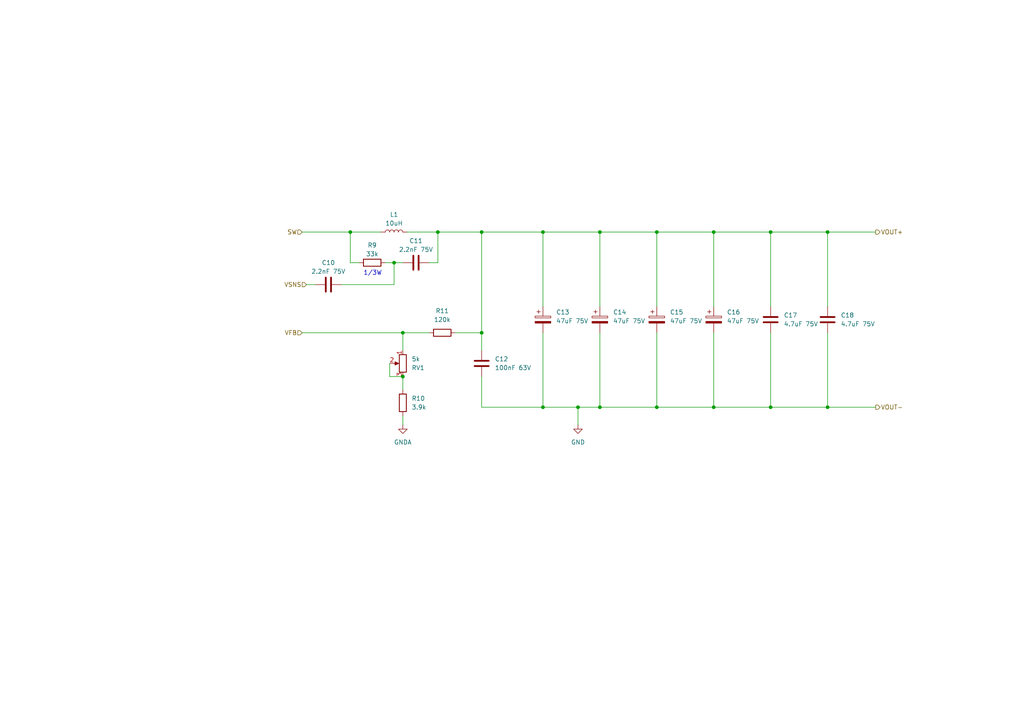
<source format=kicad_sch>
(kicad_sch (version 20211123) (generator eeschema)
  (paper "A4")
  (lib_symbols
    (symbol "Device:C" (pin_numbers hide) (pin_names (offset 0.254))
      (property "Reference" "C" (at 0.635 2.54 0))
      (property "Value" "C" (at 0.635 -2.54 0))
      (symbol "C_0_1"
        (polyline (pts (xy -2.032 -0.762) (xy 2.032 -0.762)) (stroke (width 0.508)))
        (polyline (pts (xy -2.032 0.762) (xy 2.032 0.762)) (stroke (width 0.508)))
      )
      (symbol "C_1_1"
        (pin passive line (at 0 3.81 270) (length 2.794) (name "~") (number "1"))
        (pin passive line (at 0 -3.81 90) (length 2.794) (name "~") (number "2"))
      )
    )
    (symbol "Device:C_Polarized" (pin_numbers hide) (pin_names (offset 0.254))
      (property "Reference" "C" (at 0.635 2.54 0))
      (property "Value" "C_Polarized" (at 0.635 -2.54 0))
      (symbol "C_Polarized_0_1"
        (rectangle (start -2.286 0.508) (end 2.286 1.016))
        (polyline (pts (xy -1.778 2.286) (xy -0.762 2.286)))
        (polyline (pts (xy -1.27 2.794) (xy -1.27 1.778)))
        (rectangle (start 2.286 -0.508) (end -2.286 -1.016) (fill (type outline)))
      )
      (symbol "C_Polarized_1_1"
        (pin passive line (at 0 3.81 270) (length 2.794) (name "~") (number "1"))
        (pin passive line (at 0 -3.81 90) (length 2.794) (name "~") (number "2"))
      )
    )
    (symbol "Device:L" (pin_numbers hide) (pin_names (offset 1.016) hide)
      (property "Reference" "L" (at -1.27 0 90))
      (property "Value" "L" (at 1.905 0 90))
      (symbol "L_0_1"
        (arc (start 0 -2.54) (mid 0.635 -1.905) (end 0 -1.27))
        (arc (start 0 -1.27) (mid 0.635 -0.635) (end 0 0))
        (arc (start 0 0) (mid 0.635 0.635) (end 0 1.27))
        (arc (start 0 1.27) (mid 0.635 1.905) (end 0 2.54))
      )
      (symbol "L_1_1"
        (pin passive line (at 0 3.81 270) (length 1.27) (name "1") (number "1"))
        (pin passive line (at 0 -3.81 90) (length 1.27) (name "2") (number "2"))
      )
    )
    (symbol "Device:R" (pin_numbers hide) (pin_names (offset 0))
      (property "Reference" "R" (at 2.032 0 90))
      (property "Value" "R" (at 0 0 90))
      (symbol "R_0_1"
        (rectangle (start -1.016 -2.54) (end 1.016 2.54) (stroke (width 0.254)))
      )
      (symbol "R_1_1"
        (pin passive line (at 0 3.81 270) (length 1.27) (name "~") (number "1"))
        (pin passive line (at 0 -3.81 90) (length 1.27) (name "~") (number "2"))
      )
    )
    (symbol "Device:R_Potentiometer" (pin_names (offset 1.016) hide)
      (property "Reference" "RV" (at -4.445 0 90))
      (property "Value" "R_Potentiometer" (at -2.54 0 90))
      (symbol "R_Potentiometer_0_1"
        (polyline (pts (xy 2.54 0) (xy 1.524 0)))
        (polyline (pts (xy 1.143 0) (xy 2.286 0.508) (xy 2.286 -0.508) (xy 1.143 0)) (fill (type outline)))
        (rectangle (start 1.016 2.54) (end -1.016 -2.54) (stroke (width 0.254)))
      )
      (symbol "R_Potentiometer_1_1"
        (pin passive line (at 0 3.81 270) (length 1.27) (name "1") (number "1"))
        (pin passive line (at 3.81 0 180) (length 1.27) (name "2") (number "2"))
        (pin passive line (at 0 -3.81 90) (length 1.27) (name "3") (number "3"))
      )
    )
    (symbol "power:GND" (power) (pin_names (offset 0))
      (property "Value" "GND" (at 0 -3.81 0))
      (symbol "GND_0_1"
        (polyline (pts (xy 0 0) (xy 0 -1.27) (xy 1.27 -1.27) (xy 0 -2.54) (xy -1.27 -1.27) (xy 0 -1.27)))
      )
      (symbol "GND_1_1"
        (pin power_in line (at 0 0 270) (length 0) hide (name "GND") (number "1"))
      )
    )
    (symbol "power:GNDA" (power) (pin_names (offset 0))
      (property "Value" "GNDA" (at 0 -3.81 0))
      (symbol "GNDA_0_1"
        (polyline (pts (xy 0 0) (xy 0 -1.27) (xy 1.27 -1.27) (xy 0 -2.54) (xy -1.27 -1.27) (xy 0 -1.27)))
      )
      (symbol "GNDA_1_1"
        (pin power_in line (at 0 0 270) (length 0) hide (name "GNDA") (number "1"))
      )
    )
  )
  (junction (at 116.84 96.52))
  (junction (at 167.64 118.11))
  (junction (at 127 67.31))
  (junction (at 101.6 67.31))
  (junction (at 240.03 67.31))
  (junction (at 139.7 96.52))
  (junction (at 157.48 67.31))
  (junction (at 207.01 118.11))
  (junction (at 190.5 67.31))
  (junction (at 240.03 118.11))
  (junction (at 114.3 76.2))
  (junction (at 173.99 67.31))
  (junction (at 223.52 118.11))
  (junction (at 190.5 118.11))
  (junction (at 139.7 67.31))
  (junction (at 157.48 118.11))
  (junction (at 116.84 109.22))
  (junction (at 207.01 67.31))
  (junction (at 223.52 67.31))
  (junction (at 173.99 118.11))
  (wire (pts (xy 88.9 82.55) (xy 91.44 82.55)))
  (wire (pts (xy 113.03 109.22) (xy 113.03 105.41)))
  (wire (pts (xy 240.03 96.52) (xy 240.03 118.11)))
  (wire (pts (xy 101.6 67.31) (xy 101.6 76.2)))
  (wire (pts (xy 116.84 120.65) (xy 116.84 123.19)))
  (wire (pts (xy 157.48 67.31) (xy 173.99 67.31)))
  (wire (pts (xy 116.84 109.22) (xy 116.84 113.03)))
  (wire (pts (xy 190.5 96.52) (xy 190.5 118.11)))
  (wire (pts (xy 223.52 118.11) (xy 240.03 118.11)))
  (wire (pts (xy 101.6 76.2) (xy 104.14 76.2)))
  (wire (pts (xy 116.84 96.52) (xy 116.84 101.6)))
  (wire (pts (xy 114.3 76.2) (xy 116.84 76.2)))
  (wire (pts (xy 157.48 96.52) (xy 157.48 118.11)))
  (wire (pts (xy 173.99 118.11) (xy 190.5 118.11)))
  (wire (pts (xy 207.01 96.52) (xy 207.01 118.11)))
  (wire (pts (xy 167.64 118.11) (xy 173.99 118.11)))
  (wire (pts (xy 124.46 76.2) (xy 127 76.2)))
  (wire (pts (xy 223.52 96.52) (xy 223.52 118.11)))
  (wire (pts (xy 116.84 109.22) (xy 113.03 109.22)))
  (wire (pts (xy 157.48 67.31) (xy 157.48 88.9)))
  (wire (pts (xy 139.7 67.31) (xy 139.7 96.52)))
  (wire (pts (xy 190.5 67.31) (xy 190.5 88.9)))
  (wire (pts (xy 173.99 67.31) (xy 173.99 88.9)))
  (wire (pts (xy 240.03 67.31) (xy 254 67.31)))
  (wire (pts (xy 101.6 67.31) (xy 110.49 67.31)))
  (wire (pts (xy 139.7 118.11) (xy 157.48 118.11)))
  (wire (pts (xy 190.5 67.31) (xy 207.01 67.31)))
  (wire (pts (xy 139.7 96.52) (xy 139.7 101.6)))
  (wire (pts (xy 167.64 118.11) (xy 167.64 123.19)))
  (wire (pts (xy 223.52 67.31) (xy 223.52 88.9)))
  (wire (pts (xy 240.03 67.31) (xy 240.03 88.9)))
  (wire (pts (xy 99.06 82.55) (xy 114.3 82.55)))
  (wire (pts (xy 207.01 118.11) (xy 223.52 118.11)))
  (wire (pts (xy 173.99 96.52) (xy 173.99 118.11)))
  (wire (pts (xy 127 67.31) (xy 127 76.2)))
  (wire (pts (xy 207.01 67.31) (xy 223.52 67.31)))
  (wire (pts (xy 114.3 82.55) (xy 114.3 76.2)))
  (wire (pts (xy 207.01 67.31) (xy 207.01 88.9)))
  (wire (pts (xy 87.63 67.31) (xy 101.6 67.31)))
  (wire (pts (xy 116.84 96.52) (xy 124.46 96.52)))
  (wire (pts (xy 173.99 67.31) (xy 190.5 67.31)))
  (wire (pts (xy 223.52 67.31) (xy 240.03 67.31)))
  (wire (pts (xy 111.76 76.2) (xy 114.3 76.2)))
  (wire (pts (xy 87.63 96.52) (xy 116.84 96.52)))
  (wire (pts (xy 139.7 109.22) (xy 139.7 118.11)))
  (wire (pts (xy 127 67.31) (xy 139.7 67.31)))
  (wire (pts (xy 190.5 118.11) (xy 207.01 118.11)))
  (wire (pts (xy 139.7 67.31) (xy 157.48 67.31)))
  (wire (pts (xy 157.48 118.11) (xy 167.64 118.11)))
  (wire (pts (xy 132.08 96.52) (xy 139.7 96.52)))
  (wire (pts (xy 240.03 118.11) (xy 254 118.11)))
  (wire (pts (xy 118.11 67.31) (xy 127 67.31)))
  (text "1/3W" (at 105.41 80.01 0) (effects (font (size 1.27 1.27)) (justify left bottom)))
  (hierarchical_label "SW" (shape input) (at 87.63 67.31 180))
  (hierarchical_label "VOUT+" (shape output) (at 254 67.31 0))
  (hierarchical_label "VSNS" (shape input) (at 88.9 82.55 180))
  (hierarchical_label "VFB" (shape input) (at 87.63 96.52 180))
  (hierarchical_label "VOUT-" (shape output) (at 254 118.11 0))
  (symbol (lib_id "Device:C_Polarized") (at 190.5 92.71 0) (unit 1)
    (property "Reference" "C15" (at 194.31 90.5509 0) (effects (justify left)))
    (property "Value" "47uF 75V" (at 194.31 93.0909 0) (effects (justify left)))
    (property "Footprint" "Capacitor_THT:CP_Radial_D8.0mm_P3.50mm" (effects hide))
  )
  (symbol (lib_id "Device:C_Polarized") (at 173.99 92.71 0) (unit 1)
    (property "Reference" "C14" (at 177.8 90.5509 0) (effects (justify left)))
    (property "Value" "47uF 75V" (at 177.8 93.0909 0) (effects (justify left)))
    (property "Footprint" "Capacitor_THT:CP_Radial_D8.0mm_P3.50mm" (effects hide))
  )
  (symbol (lib_id "Device:R") (at 116.84 116.84 180) (unit 1)
    (property "Reference" "R10" (at 119.38 115.5699 0) (effects (justify right)))
    (property "Value" "3.9k" (at 119.38 118.1099 0) (effects (justify right)))
    (property "Footprint" "Resistor_SMD:R_0603_1608Metric" (effects hide))
  )
  (symbol (lib_id "Device:C") (at 95.25 82.55 90) (unit 1)
    (property "Reference" "C10" (at 95.25 76.2 90))
    (property "Value" "2.2nF 75V" (at 95.25 78.74 90))
    (property "Footprint" "Capacitor_SMD:C_0402_1005Metric" (effects hide))
  )
  (symbol (lib_id "Device:R") (at 128.27 96.52 90) (unit 1)
    (property "Reference" "R11" (at 128.27 90.17 90))
    (property "Value" "120k" (at 128.27 92.71 90))
    (property "Footprint" "Resistor_SMD:R_0603_1608Metric" (effects hide))
  )
  (symbol (lib_id "power:GNDA") (at 116.84 123.19 0) (unit 1)
    (property "Reference" "#PWR024" (effects hide))
    (property "Value" "GNDA" (at 116.84 128.27 0))
  )
  (symbol (lib_id "power:GND") (at 167.64 123.19 0) (unit 1)
    (property "Reference" "#PWR025" (effects hide))
    (property "Value" "GND" (at 167.64 128.27 0))
  )
  (symbol (lib_id "Device:C") (at 139.7 105.41 0) (unit 1)
    (property "Reference" "C12" (at 143.51 104.1399 0) (effects (justify left)))
    (property "Value" "100nF 63V" (at 143.51 106.6799 0) (effects (justify left)))
    (property "Footprint" "Capacitor_SMD:C_0603_1608Metric" (effects hide))
  )
  (symbol (lib_id "Device:R_Potentiometer") (at 116.84 105.41 0) (mirror y) (unit 1)
    (property "Reference" "RV1" (at 119.38 106.68 0) (effects (justify right)))
    (property "Value" "5k" (at 119.38 104.14 0) (effects (justify right)))
    (property "Footprint" "Potentiometer_SMD:Potentiometer_Bourns_TC33X_Vertical" (effects hide))
  )
  (symbol (lib_id "Device:R") (at 107.95 76.2 90) (unit 1)
    (property "Reference" "R9" (at 107.95 71.12 90))
    (property "Value" "33k" (at 107.95 73.66 90))
    (property "Footprint" "Resistor_SMD:R_1210_3225Metric" (effects hide))
  )
  (symbol (lib_id "Device:C_Polarized") (at 157.48 92.71 0) (unit 1)
    (property "Reference" "C13" (at 161.29 90.5509 0) (effects (justify left)))
    (property "Value" "47uF 75V" (at 161.29 93.0909 0) (effects (justify left)))
    (property "Footprint" "Capacitor_THT:CP_Radial_D8.0mm_P3.50mm" (effects hide))
  )
  (symbol (lib_id "Device:C") (at 223.52 92.71 0) (unit 1)
    (property "Reference" "C17" (at 227.33 91.4399 0) (effects (justify left)))
    (property "Value" "4.7uF 75V" (at 227.33 93.9799 0) (effects (justify left)))
    (property "Footprint" "Capacitor_SMD:C_1210_3225Metric" (effects hide))
  )
  (symbol (lib_id "Device:C") (at 240.03 92.71 0) (unit 1)
    (property "Reference" "C18" (at 243.84 91.4399 0) (effects (justify left)))
    (property "Value" "4.7uF 75V" (at 243.84 93.9799 0) (effects (justify left)))
    (property "Footprint" "Capacitor_SMD:C_1210_3225Metric" (effects hide))
  )
  (symbol (lib_id "Device:C_Polarized") (at 207.01 92.71 0) (unit 1)
    (property "Reference" "C16" (at 210.82 90.5509 0) (effects (justify left)))
    (property "Value" "47uF 75V" (at 210.82 93.0909 0) (effects (justify left)))
    (property "Footprint" "Capacitor_THT:CP_Radial_D8.0mm_P3.50mm" (effects hide))
  )
  (symbol (lib_id "Device:L") (at 114.3 67.31 90) (unit 1)
    (property "Reference" "L1" (at 114.3 62.23 90))
    (property "Value" "10uH" (at 114.3 64.77 90))
    (property "Footprint" "Inductor_THT:L_Radial_D12.0mm_P5.00mm_Neosid_SD12_style2" (effects hide))
  )
  (symbol (lib_id "Device:C") (at 120.65 76.2 270) (unit 1)
    (property "Reference" "C11" (at 120.65 69.85 90))
    (property "Value" "2.2nF 75V" (at 120.65 72.39 90))
    (property "Footprint" "Capacitor_SMD:C_0603_1608Metric" (effects hide))
  )
)
</source>
